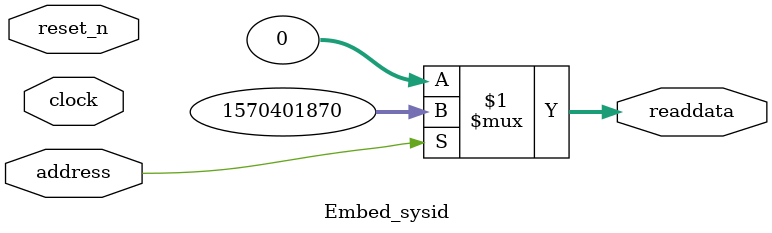
<source format=v>



// synthesis translate_off
`timescale 1ns / 1ps
// synthesis translate_on

// turn off superfluous verilog processor warnings 
// altera message_level Level1 
// altera message_off 10034 10035 10036 10037 10230 10240 10030 

module Embed_sysid (
               // inputs:
                address,
                clock,
                reset_n,

               // outputs:
                readdata
             )
;

  output  [ 31: 0] readdata;
  input            address;
  input            clock;
  input            reset_n;

  wire    [ 31: 0] readdata;
  //control_slave, which is an e_avalon_slave
  assign readdata = address ? 1570401870 : 0;

endmodule



</source>
